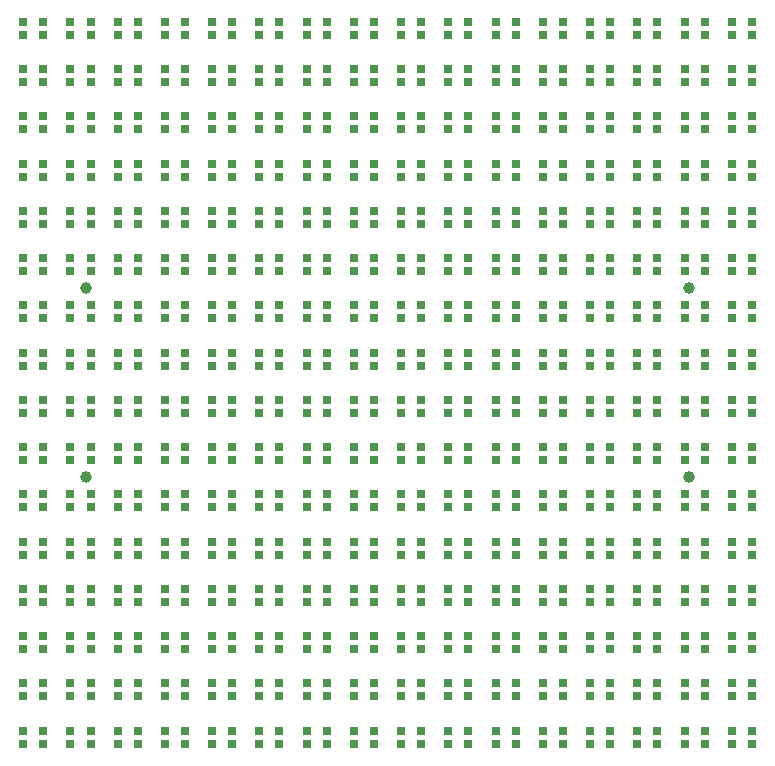
<source format=gbr>
%TF.GenerationSoftware,KiCad,Pcbnew,7.0.5*%
%TF.CreationDate,2023-09-21T19:27:35-05:00*%
%TF.ProjectId,KiCadPanel,4b694361-6450-4616-9e65-6c2e6b696361,rev?*%
%TF.SameCoordinates,Original*%
%TF.FileFunction,Soldermask,Bot*%
%TF.FilePolarity,Negative*%
%FSLAX46Y46*%
G04 Gerber Fmt 4.6, Leading zero omitted, Abs format (unit mm)*
G04 Created by KiCad (PCBNEW 7.0.5) date 2023-09-21 19:27:35*
%MOMM*%
%LPD*%
G01*
G04 APERTURE LIST*
%ADD10C,1.000000*%
%ADD11R,0.800000X0.700000*%
G04 APERTURE END LIST*
D10*
%TO.C,H102*%
X106500000Y-74000000D03*
%TD*%
%TO.C,H103*%
X106500000Y-90000000D03*
%TD*%
%TO.C,H101*%
X157500000Y-90000000D03*
%TD*%
%TO.C,H100*%
X157500000Y-74000000D03*
%TD*%
D11*
%TO.C,U169*%
X141150000Y-68550000D03*
X142850000Y-68550000D03*
X142850000Y-67450000D03*
X141150000Y-67450000D03*
%TD*%
%TO.C,U335*%
X117150000Y-108550000D03*
X118850000Y-108550000D03*
X118850000Y-107450000D03*
X117150000Y-107450000D03*
%TD*%
%TO.C,U215*%
X149150000Y-80550000D03*
X150850000Y-80550000D03*
X150850000Y-79450000D03*
X149150000Y-79450000D03*
%TD*%
%TO.C,U205*%
X125150000Y-76550000D03*
X126850000Y-76550000D03*
X126850000Y-75450000D03*
X125150000Y-75450000D03*
%TD*%
%TO.C,U165*%
X157150000Y-68550000D03*
X158850000Y-68550000D03*
X158850000Y-67450000D03*
X157150000Y-67450000D03*
%TD*%
%TO.C,U118*%
X153150000Y-56550000D03*
X154850000Y-56550000D03*
X154850000Y-55450000D03*
X153150000Y-55450000D03*
%TD*%
%TO.C,U274*%
X105150000Y-92550000D03*
X106850000Y-92550000D03*
X106850000Y-91450000D03*
X105150000Y-91450000D03*
%TD*%
%TO.C,U331*%
X133150000Y-108550000D03*
X134850000Y-108550000D03*
X134850000Y-107450000D03*
X133150000Y-107450000D03*
%TD*%
%TO.C,U113*%
X109150000Y-52550000D03*
X110850000Y-52550000D03*
X110850000Y-51450000D03*
X109150000Y-51450000D03*
%TD*%
%TO.C,U227*%
X101150000Y-80550000D03*
X102850000Y-80550000D03*
X102850000Y-79450000D03*
X101150000Y-79450000D03*
%TD*%
%TO.C,U155*%
X133150000Y-64550000D03*
X134850000Y-64550000D03*
X134850000Y-63450000D03*
X133150000Y-63450000D03*
%TD*%
%TO.C,U319*%
X117150000Y-104550000D03*
X118850000Y-104550000D03*
X118850000Y-103450000D03*
X117150000Y-103450000D03*
%TD*%
%TO.C,U123*%
X133150000Y-56550000D03*
X134850000Y-56550000D03*
X134850000Y-55450000D03*
X133150000Y-55450000D03*
%TD*%
%TO.C,U261*%
X157150000Y-92550000D03*
X158850000Y-92550000D03*
X158850000Y-91450000D03*
X157150000Y-91450000D03*
%TD*%
%TO.C,U271*%
X117150000Y-92550000D03*
X118850000Y-92550000D03*
X118850000Y-91450000D03*
X117150000Y-91450000D03*
%TD*%
%TO.C,U353*%
X109150000Y-112550000D03*
X110850000Y-112550000D03*
X110850000Y-111450000D03*
X109150000Y-111450000D03*
%TD*%
%TO.C,U219*%
X133150000Y-80550000D03*
X134850000Y-80550000D03*
X134850000Y-79450000D03*
X133150000Y-79450000D03*
%TD*%
%TO.C,U210*%
X105150000Y-76550000D03*
X106850000Y-76550000D03*
X106850000Y-75450000D03*
X105150000Y-75450000D03*
%TD*%
%TO.C,U350*%
X121150000Y-112550000D03*
X122850000Y-112550000D03*
X122850000Y-111450000D03*
X121150000Y-111450000D03*
%TD*%
%TO.C,U160*%
X113150000Y-64550000D03*
X114850000Y-64550000D03*
X114850000Y-63450000D03*
X113150000Y-63450000D03*
%TD*%
%TO.C,U243*%
X101150000Y-84550000D03*
X102850000Y-84550000D03*
X102850000Y-83450000D03*
X101150000Y-83450000D03*
%TD*%
%TO.C,U174*%
X121150000Y-68550000D03*
X122850000Y-68550000D03*
X122850000Y-67450000D03*
X121150000Y-67450000D03*
%TD*%
%TO.C,U299*%
X133150000Y-100550000D03*
X134850000Y-100550000D03*
X134850000Y-99450000D03*
X133150000Y-99450000D03*
%TD*%
%TO.C,U229*%
X157150000Y-84530000D03*
X158850000Y-84530000D03*
X158850000Y-83430000D03*
X157150000Y-83430000D03*
%TD*%
%TO.C,U122*%
X137150000Y-56550000D03*
X138850000Y-56550000D03*
X138850000Y-55450000D03*
X137150000Y-55450000D03*
%TD*%
%TO.C,U298*%
X137150000Y-100550000D03*
X138850000Y-100550000D03*
X138850000Y-99450000D03*
X137150000Y-99450000D03*
%TD*%
%TO.C,U286*%
X121150000Y-96550000D03*
X122850000Y-96550000D03*
X122850000Y-95450000D03*
X121150000Y-95450000D03*
%TD*%
%TO.C,U116*%
X161150000Y-56550000D03*
X162850000Y-56550000D03*
X162850000Y-55450000D03*
X161150000Y-55450000D03*
%TD*%
%TO.C,U256*%
X113150000Y-88550000D03*
X114850000Y-88550000D03*
X114850000Y-87450000D03*
X113150000Y-87450000D03*
%TD*%
%TO.C,U323*%
X101150000Y-104550000D03*
X102850000Y-104550000D03*
X102850000Y-103450000D03*
X101150000Y-103450000D03*
%TD*%
%TO.C,U157*%
X125150000Y-64550000D03*
X126850000Y-64550000D03*
X126850000Y-63450000D03*
X125150000Y-63450000D03*
%TD*%
%TO.C,U287*%
X117150000Y-96550000D03*
X118850000Y-96550000D03*
X118850000Y-95450000D03*
X117150000Y-95450000D03*
%TD*%
%TO.C,U324*%
X161150000Y-108550000D03*
X162850000Y-108550000D03*
X162850000Y-107450000D03*
X161150000Y-107450000D03*
%TD*%
%TO.C,U212*%
X161150000Y-80550000D03*
X162850000Y-80550000D03*
X162850000Y-79450000D03*
X161150000Y-79450000D03*
%TD*%
%TO.C,U277*%
X157150000Y-96550000D03*
X158850000Y-96550000D03*
X158850000Y-95450000D03*
X157150000Y-95450000D03*
%TD*%
%TO.C,U237*%
X125150000Y-84550000D03*
X126850000Y-84550000D03*
X126850000Y-83450000D03*
X125150000Y-83450000D03*
%TD*%
%TO.C,U101*%
X157150000Y-52550000D03*
X158850000Y-52550000D03*
X158850000Y-51450000D03*
X157150000Y-51450000D03*
%TD*%
%TO.C,U295*%
X149150000Y-100550000D03*
X150850000Y-100550000D03*
X150850000Y-99450000D03*
X149150000Y-99450000D03*
%TD*%
%TO.C,U162*%
X105150000Y-64550000D03*
X106850000Y-64550000D03*
X106850000Y-63450000D03*
X105150000Y-63450000D03*
%TD*%
%TO.C,U230*%
X153150000Y-84530000D03*
X154850000Y-84530000D03*
X154850000Y-83430000D03*
X153150000Y-83430000D03*
%TD*%
%TO.C,U249*%
X141150000Y-88550000D03*
X142850000Y-88550000D03*
X142850000Y-87450000D03*
X141150000Y-87450000D03*
%TD*%
%TO.C,U304*%
X113150000Y-100550000D03*
X114850000Y-100550000D03*
X114850000Y-99450000D03*
X113150000Y-99450000D03*
%TD*%
%TO.C,U234*%
X137150000Y-84550000D03*
X138850000Y-84550000D03*
X138850000Y-83450000D03*
X137150000Y-83450000D03*
%TD*%
%TO.C,U131*%
X101150000Y-56550000D03*
X102850000Y-56550000D03*
X102850000Y-55450000D03*
X101150000Y-55450000D03*
%TD*%
%TO.C,U321*%
X109150000Y-104550000D03*
X110850000Y-104550000D03*
X110850000Y-103450000D03*
X109150000Y-103450000D03*
%TD*%
%TO.C,U262*%
X153150000Y-92550000D03*
X154850000Y-92550000D03*
X154850000Y-91450000D03*
X153150000Y-91450000D03*
%TD*%
%TO.C,U170*%
X137150000Y-68550000D03*
X138850000Y-68550000D03*
X138850000Y-67450000D03*
X137150000Y-67450000D03*
%TD*%
%TO.C,U269*%
X125150000Y-92550000D03*
X126850000Y-92550000D03*
X126850000Y-91450000D03*
X125150000Y-91450000D03*
%TD*%
%TO.C,U218*%
X137150000Y-80550000D03*
X138850000Y-80550000D03*
X138850000Y-79450000D03*
X137150000Y-79450000D03*
%TD*%
%TO.C,U129*%
X109150000Y-56550000D03*
X110850000Y-56550000D03*
X110850000Y-55450000D03*
X109150000Y-55450000D03*
%TD*%
%TO.C,U103*%
X149150000Y-52550000D03*
X150850000Y-52550000D03*
X150850000Y-51450000D03*
X149150000Y-51450000D03*
%TD*%
%TO.C,U302*%
X121150000Y-100550000D03*
X122850000Y-100550000D03*
X122850000Y-99450000D03*
X121150000Y-99450000D03*
%TD*%
%TO.C,U228*%
X161150000Y-84550000D03*
X162850000Y-84550000D03*
X162850000Y-83450000D03*
X161150000Y-83450000D03*
%TD*%
%TO.C,U329*%
X141150000Y-108550000D03*
X142850000Y-108550000D03*
X142850000Y-107450000D03*
X141150000Y-107450000D03*
%TD*%
%TO.C,U192*%
X113150000Y-72550000D03*
X114850000Y-72550000D03*
X114850000Y-71450000D03*
X113150000Y-71450000D03*
%TD*%
%TO.C,U314*%
X137150000Y-104550000D03*
X138850000Y-104550000D03*
X138850000Y-103450000D03*
X137150000Y-103450000D03*
%TD*%
%TO.C,U245*%
X157150000Y-88550000D03*
X158850000Y-88550000D03*
X158850000Y-87450000D03*
X157150000Y-87450000D03*
%TD*%
%TO.C,U168*%
X145150000Y-68550000D03*
X146850000Y-68550000D03*
X146850000Y-67450000D03*
X145150000Y-67450000D03*
%TD*%
%TO.C,U150*%
X153150000Y-64550000D03*
X154850000Y-64550000D03*
X154850000Y-63450000D03*
X153150000Y-63450000D03*
%TD*%
%TO.C,U166*%
X153150000Y-68550000D03*
X154850000Y-68550000D03*
X154850000Y-67450000D03*
X153150000Y-67450000D03*
%TD*%
%TO.C,U121*%
X141150000Y-56550000D03*
X142850000Y-56550000D03*
X142850000Y-55450000D03*
X141150000Y-55450000D03*
%TD*%
%TO.C,U344*%
X145150000Y-112550000D03*
X146850000Y-112550000D03*
X146850000Y-111450000D03*
X145150000Y-111450000D03*
%TD*%
%TO.C,U280*%
X145150000Y-96550000D03*
X146850000Y-96550000D03*
X146850000Y-95450000D03*
X145150000Y-95450000D03*
%TD*%
%TO.C,U179*%
X101150000Y-68550000D03*
X102850000Y-68550000D03*
X102850000Y-67450000D03*
X101150000Y-67450000D03*
%TD*%
%TO.C,U316*%
X129150000Y-104550000D03*
X130850000Y-104550000D03*
X130850000Y-103450000D03*
X129150000Y-103450000D03*
%TD*%
%TO.C,U272*%
X113150000Y-92550000D03*
X114850000Y-92550000D03*
X114850000Y-91450000D03*
X113150000Y-91450000D03*
%TD*%
%TO.C,U293*%
X157150000Y-100550000D03*
X158850000Y-100550000D03*
X158850000Y-99450000D03*
X157150000Y-99450000D03*
%TD*%
%TO.C,U167*%
X149150000Y-68550000D03*
X150850000Y-68550000D03*
X150850000Y-67450000D03*
X149150000Y-67450000D03*
%TD*%
%TO.C,U270*%
X121150000Y-92550000D03*
X122850000Y-92550000D03*
X122850000Y-91450000D03*
X121150000Y-91450000D03*
%TD*%
%TO.C,U263*%
X149150000Y-92550000D03*
X150850000Y-92550000D03*
X150850000Y-91450000D03*
X149150000Y-91450000D03*
%TD*%
%TO.C,U186*%
X137150000Y-72550000D03*
X138850000Y-72550000D03*
X138850000Y-71450000D03*
X137150000Y-71450000D03*
%TD*%
%TO.C,U149*%
X157150000Y-64550000D03*
X158850000Y-64550000D03*
X158850000Y-63450000D03*
X157150000Y-63450000D03*
%TD*%
%TO.C,U283*%
X133150000Y-96550000D03*
X134850000Y-96550000D03*
X134850000Y-95450000D03*
X133150000Y-95450000D03*
%TD*%
%TO.C,U240*%
X113150000Y-84550000D03*
X114850000Y-84550000D03*
X114850000Y-83450000D03*
X113150000Y-83450000D03*
%TD*%
%TO.C,U339*%
X101150000Y-108550000D03*
X102850000Y-108550000D03*
X102850000Y-107450000D03*
X101150000Y-107450000D03*
%TD*%
%TO.C,U301*%
X125150000Y-100550000D03*
X126850000Y-100550000D03*
X126850000Y-99450000D03*
X125150000Y-99450000D03*
%TD*%
%TO.C,U199*%
X149150000Y-76550000D03*
X150850000Y-76550000D03*
X150850000Y-75450000D03*
X149150000Y-75450000D03*
%TD*%
%TO.C,U326*%
X153150000Y-108550000D03*
X154850000Y-108550000D03*
X154850000Y-107450000D03*
X153150000Y-107450000D03*
%TD*%
%TO.C,U143*%
X117150000Y-60550000D03*
X118850000Y-60550000D03*
X118850000Y-59450000D03*
X117150000Y-59450000D03*
%TD*%
%TO.C,U140*%
X129150000Y-60550000D03*
X130850000Y-60550000D03*
X130850000Y-59450000D03*
X129150000Y-59450000D03*
%TD*%
%TO.C,U305*%
X109150000Y-100550000D03*
X110850000Y-100550000D03*
X110850000Y-99450000D03*
X109150000Y-99450000D03*
%TD*%
%TO.C,U311*%
X149150000Y-104550000D03*
X150850000Y-104550000D03*
X150850000Y-103450000D03*
X149150000Y-103450000D03*
%TD*%
%TO.C,U148*%
X161150000Y-64550000D03*
X162850000Y-64550000D03*
X162850000Y-63450000D03*
X161150000Y-63450000D03*
%TD*%
%TO.C,U318*%
X121150000Y-104550000D03*
X122850000Y-104550000D03*
X122850000Y-103450000D03*
X121150000Y-103450000D03*
%TD*%
%TO.C,U246*%
X153150000Y-88550000D03*
X154850000Y-88550000D03*
X154850000Y-87450000D03*
X153150000Y-87450000D03*
%TD*%
%TO.C,U173*%
X125150000Y-68550000D03*
X126850000Y-68550000D03*
X126850000Y-67450000D03*
X125150000Y-67450000D03*
%TD*%
%TO.C,U325*%
X157150000Y-108550000D03*
X158850000Y-108550000D03*
X158850000Y-107450000D03*
X157150000Y-107450000D03*
%TD*%
%TO.C,U257*%
X109150000Y-88550000D03*
X110850000Y-88550000D03*
X110850000Y-87450000D03*
X109150000Y-87450000D03*
%TD*%
%TO.C,U349*%
X125150000Y-112550000D03*
X126850000Y-112550000D03*
X126850000Y-111450000D03*
X125150000Y-111450000D03*
%TD*%
%TO.C,U222*%
X121150000Y-80550000D03*
X122850000Y-80550000D03*
X122850000Y-79450000D03*
X121150000Y-79450000D03*
%TD*%
%TO.C,U322*%
X105150000Y-104550000D03*
X106850000Y-104550000D03*
X106850000Y-103450000D03*
X105150000Y-103450000D03*
%TD*%
%TO.C,U108*%
X129150000Y-52550000D03*
X130850000Y-52550000D03*
X130850000Y-51450000D03*
X129150000Y-51450000D03*
%TD*%
%TO.C,U241*%
X109150000Y-84550000D03*
X110850000Y-84550000D03*
X110850000Y-83450000D03*
X109150000Y-83450000D03*
%TD*%
%TO.C,U346*%
X137150000Y-112550000D03*
X138850000Y-112550000D03*
X138850000Y-111450000D03*
X137150000Y-111450000D03*
%TD*%
%TO.C,U268*%
X129150000Y-92550000D03*
X130850000Y-92550000D03*
X130850000Y-91450000D03*
X129150000Y-91450000D03*
%TD*%
%TO.C,U145*%
X109150000Y-60550000D03*
X110850000Y-60550000D03*
X110850000Y-59450000D03*
X109150000Y-59450000D03*
%TD*%
%TO.C,U185*%
X141150000Y-72550000D03*
X142850000Y-72550000D03*
X142850000Y-71450000D03*
X141150000Y-71450000D03*
%TD*%
%TO.C,U291*%
X101150000Y-96550000D03*
X102850000Y-96550000D03*
X102850000Y-95450000D03*
X101150000Y-95450000D03*
%TD*%
%TO.C,U161*%
X109150000Y-64550000D03*
X110850000Y-64550000D03*
X110850000Y-63450000D03*
X109150000Y-63450000D03*
%TD*%
%TO.C,U288*%
X113150000Y-96550000D03*
X114850000Y-96550000D03*
X114850000Y-95450000D03*
X113150000Y-95450000D03*
%TD*%
%TO.C,U196*%
X161150000Y-76550000D03*
X162850000Y-76550000D03*
X162850000Y-75450000D03*
X161150000Y-75450000D03*
%TD*%
%TO.C,U217*%
X141150000Y-80550000D03*
X142850000Y-80550000D03*
X142850000Y-79450000D03*
X141150000Y-79450000D03*
%TD*%
%TO.C,U276*%
X161150000Y-96550000D03*
X162850000Y-96550000D03*
X162850000Y-95450000D03*
X161150000Y-95450000D03*
%TD*%
%TO.C,U175*%
X117150000Y-68550000D03*
X118850000Y-68550000D03*
X118850000Y-67450000D03*
X117150000Y-67450000D03*
%TD*%
%TO.C,U209*%
X109150000Y-76550000D03*
X110850000Y-76550000D03*
X110850000Y-75450000D03*
X109150000Y-75450000D03*
%TD*%
%TO.C,U279*%
X149150000Y-96550000D03*
X150850000Y-96550000D03*
X150850000Y-95450000D03*
X149150000Y-95450000D03*
%TD*%
%TO.C,U153*%
X141150000Y-64550000D03*
X142850000Y-64550000D03*
X142850000Y-63450000D03*
X141150000Y-63450000D03*
%TD*%
%TO.C,U176*%
X113150000Y-68550000D03*
X114850000Y-68550000D03*
X114850000Y-67450000D03*
X113150000Y-67450000D03*
%TD*%
%TO.C,U255*%
X117150000Y-88550000D03*
X118850000Y-88550000D03*
X118850000Y-87450000D03*
X117150000Y-87450000D03*
%TD*%
%TO.C,U285*%
X125150000Y-96550000D03*
X126850000Y-96550000D03*
X126850000Y-95450000D03*
X125150000Y-95450000D03*
%TD*%
%TO.C,U235*%
X133150000Y-84550000D03*
X134850000Y-84550000D03*
X134850000Y-83450000D03*
X133150000Y-83450000D03*
%TD*%
%TO.C,U102*%
X153150000Y-52550000D03*
X154850000Y-52550000D03*
X154850000Y-51450000D03*
X153150000Y-51450000D03*
%TD*%
%TO.C,U138*%
X137150000Y-60550000D03*
X138850000Y-60550000D03*
X138850000Y-59450000D03*
X137150000Y-59450000D03*
%TD*%
%TO.C,U134*%
X153150000Y-60550000D03*
X154850000Y-60550000D03*
X154850000Y-59450000D03*
X153150000Y-59450000D03*
%TD*%
%TO.C,U105*%
X141150000Y-52550000D03*
X142850000Y-52550000D03*
X142850000Y-51450000D03*
X141150000Y-51450000D03*
%TD*%
%TO.C,U242*%
X105150000Y-84550000D03*
X106850000Y-84550000D03*
X106850000Y-83450000D03*
X105150000Y-83450000D03*
%TD*%
%TO.C,U133*%
X157150000Y-60550000D03*
X158850000Y-60550000D03*
X158850000Y-59450000D03*
X157150000Y-59450000D03*
%TD*%
%TO.C,U307*%
X101150000Y-100550000D03*
X102850000Y-100550000D03*
X102850000Y-99450000D03*
X101150000Y-99450000D03*
%TD*%
%TO.C,U197*%
X157150000Y-76550000D03*
X158850000Y-76550000D03*
X158850000Y-75450000D03*
X157150000Y-75450000D03*
%TD*%
%TO.C,U195*%
X101150000Y-72550000D03*
X102850000Y-72550000D03*
X102850000Y-71450000D03*
X101150000Y-71450000D03*
%TD*%
%TO.C,U163*%
X101150000Y-64550000D03*
X102850000Y-64550000D03*
X102850000Y-63450000D03*
X101150000Y-63450000D03*
%TD*%
%TO.C,U132*%
X161150000Y-60550000D03*
X162850000Y-60550000D03*
X162850000Y-59450000D03*
X161150000Y-59450000D03*
%TD*%
%TO.C,U252*%
X129150000Y-88550000D03*
X130850000Y-88550000D03*
X130850000Y-87450000D03*
X129150000Y-87450000D03*
%TD*%
%TO.C,U180*%
X161150000Y-72550000D03*
X162850000Y-72550000D03*
X162850000Y-71450000D03*
X161150000Y-71450000D03*
%TD*%
%TO.C,U236*%
X129150000Y-84550000D03*
X130850000Y-84550000D03*
X130850000Y-83450000D03*
X129150000Y-83450000D03*
%TD*%
%TO.C,U202*%
X137150000Y-76550000D03*
X138850000Y-76550000D03*
X138850000Y-75450000D03*
X137150000Y-75450000D03*
%TD*%
%TO.C,U225*%
X109150000Y-80550000D03*
X110850000Y-80550000D03*
X110850000Y-79450000D03*
X109150000Y-79450000D03*
%TD*%
%TO.C,U330*%
X137150000Y-108550000D03*
X138850000Y-108550000D03*
X138850000Y-107450000D03*
X137150000Y-107450000D03*
%TD*%
%TO.C,U156*%
X129150000Y-64550000D03*
X130850000Y-64550000D03*
X130850000Y-63450000D03*
X129150000Y-63450000D03*
%TD*%
%TO.C,U258*%
X105150000Y-88550000D03*
X106850000Y-88550000D03*
X106850000Y-87450000D03*
X105150000Y-87450000D03*
%TD*%
%TO.C,U259*%
X101150000Y-88550000D03*
X102850000Y-88550000D03*
X102850000Y-87450000D03*
X101150000Y-87450000D03*
%TD*%
%TO.C,U233*%
X141150000Y-84550000D03*
X142850000Y-84550000D03*
X142850000Y-83450000D03*
X141150000Y-83450000D03*
%TD*%
%TO.C,U308*%
X161150000Y-104550000D03*
X162850000Y-104550000D03*
X162850000Y-103450000D03*
X161150000Y-103450000D03*
%TD*%
%TO.C,U109*%
X125150000Y-52550000D03*
X126850000Y-52550000D03*
X126850000Y-51450000D03*
X125150000Y-51450000D03*
%TD*%
%TO.C,U104*%
X145150000Y-52550000D03*
X146850000Y-52550000D03*
X146850000Y-51450000D03*
X145150000Y-51450000D03*
%TD*%
%TO.C,U342*%
X153150000Y-112550000D03*
X154850000Y-112550000D03*
X154850000Y-111450000D03*
X153150000Y-111450000D03*
%TD*%
%TO.C,U137*%
X141150000Y-60550000D03*
X142850000Y-60550000D03*
X142850000Y-59450000D03*
X141150000Y-59450000D03*
%TD*%
%TO.C,U281*%
X141150000Y-96550000D03*
X142850000Y-96550000D03*
X142850000Y-95450000D03*
X141150000Y-95450000D03*
%TD*%
%TO.C,U200*%
X145150000Y-76550000D03*
X146850000Y-76550000D03*
X146850000Y-75450000D03*
X145150000Y-75450000D03*
%TD*%
%TO.C,U289*%
X109150000Y-96550000D03*
X110850000Y-96550000D03*
X110850000Y-95450000D03*
X109150000Y-95450000D03*
%TD*%
%TO.C,U139*%
X133150000Y-60550000D03*
X134850000Y-60550000D03*
X134850000Y-59450000D03*
X133150000Y-59450000D03*
%TD*%
%TO.C,U226*%
X105150000Y-80550000D03*
X106850000Y-80550000D03*
X106850000Y-79450000D03*
X105150000Y-79450000D03*
%TD*%
%TO.C,U204*%
X129150000Y-76550000D03*
X130850000Y-76550000D03*
X130850000Y-75450000D03*
X129150000Y-75450000D03*
%TD*%
%TO.C,U315*%
X133150000Y-104550000D03*
X134850000Y-104550000D03*
X134850000Y-103450000D03*
X133150000Y-103450000D03*
%TD*%
%TO.C,U178*%
X105150000Y-68550000D03*
X106850000Y-68550000D03*
X106850000Y-67450000D03*
X105150000Y-67450000D03*
%TD*%
%TO.C,U337*%
X109150000Y-108550000D03*
X110850000Y-108550000D03*
X110850000Y-107450000D03*
X109150000Y-107450000D03*
%TD*%
%TO.C,U107*%
X133150000Y-52550000D03*
X134850000Y-52550000D03*
X134850000Y-51450000D03*
X133150000Y-51450000D03*
%TD*%
%TO.C,U312*%
X145150000Y-104550000D03*
X146850000Y-104550000D03*
X146850000Y-103450000D03*
X145150000Y-103450000D03*
%TD*%
%TO.C,U267*%
X133150000Y-92550000D03*
X134850000Y-92550000D03*
X134850000Y-91450000D03*
X133150000Y-91450000D03*
%TD*%
%TO.C,U110*%
X121150000Y-52550000D03*
X122850000Y-52550000D03*
X122850000Y-51450000D03*
X121150000Y-51450000D03*
%TD*%
%TO.C,U213*%
X157150000Y-80550000D03*
X158850000Y-80550000D03*
X158850000Y-79450000D03*
X157150000Y-79450000D03*
%TD*%
%TO.C,U309*%
X157150000Y-104550000D03*
X158850000Y-104550000D03*
X158850000Y-103450000D03*
X157150000Y-103450000D03*
%TD*%
%TO.C,U198*%
X153150000Y-76550000D03*
X154850000Y-76550000D03*
X154850000Y-75450000D03*
X153150000Y-75450000D03*
%TD*%
%TO.C,U253*%
X125150000Y-88550000D03*
X126850000Y-88550000D03*
X126850000Y-87450000D03*
X125150000Y-87450000D03*
%TD*%
%TO.C,U282*%
X137150000Y-96550000D03*
X138850000Y-96550000D03*
X138850000Y-95450000D03*
X137150000Y-95450000D03*
%TD*%
%TO.C,U183*%
X149150000Y-72550000D03*
X150850000Y-72550000D03*
X150850000Y-71450000D03*
X149150000Y-71450000D03*
%TD*%
%TO.C,U250*%
X137150000Y-88550000D03*
X138850000Y-88550000D03*
X138850000Y-87450000D03*
X137150000Y-87450000D03*
%TD*%
%TO.C,U232*%
X145150000Y-84530000D03*
X146850000Y-84530000D03*
X146850000Y-83430000D03*
X145150000Y-83430000D03*
%TD*%
%TO.C,U117*%
X157150000Y-56550000D03*
X158850000Y-56550000D03*
X158850000Y-55450000D03*
X157150000Y-55450000D03*
%TD*%
%TO.C,U142*%
X121150000Y-60550000D03*
X122850000Y-60550000D03*
X122850000Y-59450000D03*
X121150000Y-59450000D03*
%TD*%
%TO.C,U136*%
X145150000Y-60550000D03*
X146850000Y-60550000D03*
X146850000Y-59450000D03*
X145150000Y-59450000D03*
%TD*%
%TO.C,U265*%
X141150000Y-92550000D03*
X142850000Y-92550000D03*
X142850000Y-91450000D03*
X141150000Y-91450000D03*
%TD*%
%TO.C,U273*%
X109150000Y-92550000D03*
X110850000Y-92550000D03*
X110850000Y-91450000D03*
X109150000Y-91450000D03*
%TD*%
%TO.C,U220*%
X129150000Y-80550000D03*
X130850000Y-80550000D03*
X130850000Y-79450000D03*
X129150000Y-79450000D03*
%TD*%
%TO.C,U158*%
X121150000Y-64550000D03*
X122850000Y-64550000D03*
X122850000Y-63450000D03*
X121150000Y-63450000D03*
%TD*%
%TO.C,U144*%
X113150000Y-60550000D03*
X114850000Y-60550000D03*
X114850000Y-59450000D03*
X113150000Y-59450000D03*
%TD*%
%TO.C,U239*%
X117150000Y-84550000D03*
X118850000Y-84550000D03*
X118850000Y-83450000D03*
X117150000Y-83450000D03*
%TD*%
%TO.C,U135*%
X149150000Y-60550000D03*
X150850000Y-60550000D03*
X150850000Y-59450000D03*
X149150000Y-59450000D03*
%TD*%
%TO.C,U264*%
X145150000Y-92550000D03*
X146850000Y-92550000D03*
X146850000Y-91450000D03*
X145150000Y-91450000D03*
%TD*%
%TO.C,U188*%
X129150000Y-72550000D03*
X130850000Y-72550000D03*
X130850000Y-71450000D03*
X129150000Y-71450000D03*
%TD*%
%TO.C,U146*%
X105150000Y-60550000D03*
X106850000Y-60550000D03*
X106850000Y-59450000D03*
X105150000Y-59450000D03*
%TD*%
%TO.C,U207*%
X117150000Y-76550000D03*
X118850000Y-76550000D03*
X118850000Y-75450000D03*
X117150000Y-75450000D03*
%TD*%
%TO.C,U223*%
X117150000Y-80550000D03*
X118850000Y-80550000D03*
X118850000Y-79450000D03*
X117150000Y-79450000D03*
%TD*%
%TO.C,U164*%
X161150000Y-68550000D03*
X162850000Y-68550000D03*
X162850000Y-67450000D03*
X161150000Y-67450000D03*
%TD*%
%TO.C,U124*%
X129150000Y-56550000D03*
X130850000Y-56550000D03*
X130850000Y-55450000D03*
X129150000Y-55450000D03*
%TD*%
%TO.C,U201*%
X141150000Y-76550000D03*
X142850000Y-76550000D03*
X142850000Y-75450000D03*
X141150000Y-75450000D03*
%TD*%
%TO.C,U352*%
X113150000Y-112550000D03*
X114850000Y-112550000D03*
X114850000Y-111450000D03*
X113150000Y-111450000D03*
%TD*%
%TO.C,U333*%
X125150000Y-108550000D03*
X126850000Y-108550000D03*
X126850000Y-107450000D03*
X125150000Y-107450000D03*
%TD*%
%TO.C,U340*%
X161150000Y-112550000D03*
X162850000Y-112550000D03*
X162850000Y-111450000D03*
X161150000Y-111450000D03*
%TD*%
%TO.C,U111*%
X117150000Y-52550000D03*
X118850000Y-52550000D03*
X118850000Y-51450000D03*
X117150000Y-51450000D03*
%TD*%
%TO.C,U328*%
X145150000Y-108550000D03*
X146850000Y-108550000D03*
X146850000Y-107450000D03*
X145150000Y-107450000D03*
%TD*%
%TO.C,U177*%
X109150000Y-68550000D03*
X110850000Y-68550000D03*
X110850000Y-67450000D03*
X109150000Y-67450000D03*
%TD*%
%TO.C,U341*%
X157150000Y-112550000D03*
X158850000Y-112550000D03*
X158850000Y-111450000D03*
X157150000Y-111450000D03*
%TD*%
%TO.C,U224*%
X113150000Y-80550000D03*
X114850000Y-80550000D03*
X114850000Y-79450000D03*
X113150000Y-79450000D03*
%TD*%
%TO.C,U260*%
X161150000Y-92550000D03*
X162850000Y-92550000D03*
X162850000Y-91450000D03*
X161150000Y-91450000D03*
%TD*%
%TO.C,U115*%
X101150000Y-52550000D03*
X102850000Y-52550000D03*
X102850000Y-51450000D03*
X101150000Y-51450000D03*
%TD*%
%TO.C,U248*%
X145150000Y-88550000D03*
X146850000Y-88550000D03*
X146850000Y-87450000D03*
X145150000Y-87450000D03*
%TD*%
%TO.C,U127*%
X117150000Y-56550000D03*
X118850000Y-56550000D03*
X118850000Y-55450000D03*
X117150000Y-55450000D03*
%TD*%
%TO.C,U151*%
X149150000Y-64550000D03*
X150850000Y-64550000D03*
X150850000Y-63450000D03*
X149150000Y-63450000D03*
%TD*%
%TO.C,U294*%
X153150000Y-100550000D03*
X154850000Y-100550000D03*
X154850000Y-99450000D03*
X153150000Y-99450000D03*
%TD*%
%TO.C,U152*%
X145150000Y-64550000D03*
X146850000Y-64550000D03*
X146850000Y-63450000D03*
X145150000Y-63450000D03*
%TD*%
%TO.C,U290*%
X105150000Y-96550000D03*
X106850000Y-96550000D03*
X106850000Y-95450000D03*
X105150000Y-95450000D03*
%TD*%
%TO.C,U296*%
X145150000Y-100550000D03*
X146850000Y-100550000D03*
X146850000Y-99450000D03*
X145150000Y-99450000D03*
%TD*%
%TO.C,U284*%
X129150000Y-96550000D03*
X130850000Y-96550000D03*
X130850000Y-95450000D03*
X129150000Y-95450000D03*
%TD*%
%TO.C,U244*%
X161150000Y-88550000D03*
X162850000Y-88550000D03*
X162850000Y-87450000D03*
X161150000Y-87450000D03*
%TD*%
%TO.C,U231*%
X149150000Y-84530000D03*
X150850000Y-84530000D03*
X150850000Y-83430000D03*
X149150000Y-83430000D03*
%TD*%
%TO.C,U120*%
X145150000Y-56550000D03*
X146850000Y-56550000D03*
X146850000Y-55450000D03*
X145150000Y-55450000D03*
%TD*%
%TO.C,U203*%
X133150000Y-76550000D03*
X134850000Y-76550000D03*
X134850000Y-75450000D03*
X133150000Y-75450000D03*
%TD*%
%TO.C,U114*%
X105150000Y-52550000D03*
X106850000Y-52550000D03*
X106850000Y-51450000D03*
X105150000Y-51450000D03*
%TD*%
%TO.C,U191*%
X117150000Y-72550000D03*
X118850000Y-72550000D03*
X118850000Y-71450000D03*
X117150000Y-71450000D03*
%TD*%
%TO.C,U327*%
X149150000Y-108550000D03*
X150850000Y-108550000D03*
X150850000Y-107450000D03*
X149150000Y-107450000D03*
%TD*%
%TO.C,U332*%
X129150000Y-108550000D03*
X130850000Y-108550000D03*
X130850000Y-107450000D03*
X129150000Y-107450000D03*
%TD*%
%TO.C,U348*%
X129150000Y-112550000D03*
X130850000Y-112550000D03*
X130850000Y-111450000D03*
X129150000Y-111450000D03*
%TD*%
%TO.C,U119*%
X149150000Y-56550000D03*
X150850000Y-56550000D03*
X150850000Y-55450000D03*
X149150000Y-55450000D03*
%TD*%
%TO.C,U171*%
X133150000Y-68550000D03*
X134850000Y-68550000D03*
X134850000Y-67450000D03*
X133150000Y-67450000D03*
%TD*%
%TO.C,U355*%
X101150000Y-112550000D03*
X102850000Y-112550000D03*
X102850000Y-111450000D03*
X101150000Y-111450000D03*
%TD*%
%TO.C,U187*%
X133150000Y-72550000D03*
X134850000Y-72550000D03*
X134850000Y-71450000D03*
X133150000Y-71450000D03*
%TD*%
%TO.C,U141*%
X125150000Y-60550000D03*
X126850000Y-60550000D03*
X126850000Y-59450000D03*
X125150000Y-59450000D03*
%TD*%
%TO.C,U211*%
X101150000Y-76550000D03*
X102850000Y-76550000D03*
X102850000Y-75450000D03*
X101150000Y-75450000D03*
%TD*%
%TO.C,U189*%
X125150000Y-72550000D03*
X126850000Y-72550000D03*
X126850000Y-71450000D03*
X125150000Y-71450000D03*
%TD*%
%TO.C,U154*%
X137150000Y-64550000D03*
X138850000Y-64550000D03*
X138850000Y-63450000D03*
X137150000Y-63450000D03*
%TD*%
%TO.C,U292*%
X161150000Y-100550000D03*
X162850000Y-100550000D03*
X162850000Y-99450000D03*
X161150000Y-99450000D03*
%TD*%
%TO.C,U130*%
X105150000Y-56550000D03*
X106850000Y-56550000D03*
X106850000Y-55450000D03*
X105150000Y-55450000D03*
%TD*%
%TO.C,U194*%
X105150000Y-72550000D03*
X106850000Y-72550000D03*
X106850000Y-71450000D03*
X105150000Y-71450000D03*
%TD*%
%TO.C,U182*%
X153150000Y-72550000D03*
X154850000Y-72550000D03*
X154850000Y-71450000D03*
X153150000Y-71450000D03*
%TD*%
%TO.C,U159*%
X117150000Y-64550000D03*
X118850000Y-64550000D03*
X118850000Y-63450000D03*
X117150000Y-63450000D03*
%TD*%
%TO.C,U128*%
X113150000Y-56550000D03*
X114850000Y-56550000D03*
X114850000Y-55450000D03*
X113150000Y-55450000D03*
%TD*%
%TO.C,U238*%
X121150000Y-84550000D03*
X122850000Y-84550000D03*
X122850000Y-83450000D03*
X121150000Y-83450000D03*
%TD*%
%TO.C,U181*%
X157150000Y-72550000D03*
X158850000Y-72550000D03*
X158850000Y-71450000D03*
X157150000Y-71450000D03*
%TD*%
%TO.C,U208*%
X113150000Y-76550000D03*
X114850000Y-76550000D03*
X114850000Y-75450000D03*
X113150000Y-75450000D03*
%TD*%
%TO.C,U354*%
X105150000Y-112550000D03*
X106850000Y-112550000D03*
X106850000Y-111450000D03*
X105150000Y-111450000D03*
%TD*%
%TO.C,U338*%
X105150000Y-108550000D03*
X106850000Y-108550000D03*
X106850000Y-107450000D03*
X105150000Y-107450000D03*
%TD*%
%TO.C,U334*%
X121150000Y-108550000D03*
X122850000Y-108550000D03*
X122850000Y-107450000D03*
X121150000Y-107450000D03*
%TD*%
%TO.C,U297*%
X141150000Y-100550000D03*
X142850000Y-100550000D03*
X142850000Y-99450000D03*
X141150000Y-99450000D03*
%TD*%
%TO.C,U126*%
X121150000Y-56550000D03*
X122850000Y-56550000D03*
X122850000Y-55450000D03*
X121150000Y-55450000D03*
%TD*%
%TO.C,U320*%
X113150000Y-104550000D03*
X114850000Y-104550000D03*
X114850000Y-103450000D03*
X113150000Y-103450000D03*
%TD*%
%TO.C,U310*%
X153150000Y-104550000D03*
X154850000Y-104550000D03*
X154850000Y-103450000D03*
X153150000Y-103450000D03*
%TD*%
%TO.C,U221*%
X125150000Y-80550000D03*
X126850000Y-80550000D03*
X126850000Y-79450000D03*
X125150000Y-79450000D03*
%TD*%
%TO.C,U275*%
X101150000Y-92550000D03*
X102850000Y-92550000D03*
X102850000Y-91450000D03*
X101150000Y-91450000D03*
%TD*%
%TO.C,U266*%
X137150000Y-92550000D03*
X138850000Y-92550000D03*
X138850000Y-91450000D03*
X137150000Y-91450000D03*
%TD*%
%TO.C,U184*%
X145150000Y-72550000D03*
X146850000Y-72550000D03*
X146850000Y-71450000D03*
X145150000Y-71450000D03*
%TD*%
%TO.C,U172*%
X129150000Y-68550000D03*
X130850000Y-68550000D03*
X130850000Y-67450000D03*
X129150000Y-67450000D03*
%TD*%
%TO.C,U303*%
X117150000Y-100550000D03*
X118850000Y-100550000D03*
X118850000Y-99450000D03*
X117150000Y-99450000D03*
%TD*%
%TO.C,U190*%
X121150000Y-72550000D03*
X122850000Y-72550000D03*
X122850000Y-71450000D03*
X121150000Y-71450000D03*
%TD*%
%TO.C,U300*%
X129150000Y-100550000D03*
X130850000Y-100550000D03*
X130850000Y-99450000D03*
X129150000Y-99450000D03*
%TD*%
%TO.C,U216*%
X145150000Y-80550000D03*
X146850000Y-80550000D03*
X146850000Y-79450000D03*
X145150000Y-79450000D03*
%TD*%
%TO.C,U125*%
X125150000Y-56550000D03*
X126850000Y-56550000D03*
X126850000Y-55450000D03*
X125150000Y-55450000D03*
%TD*%
%TO.C,U343*%
X149150000Y-112550000D03*
X150850000Y-112550000D03*
X150850000Y-111450000D03*
X149150000Y-111450000D03*
%TD*%
%TO.C,U306*%
X105150000Y-100550000D03*
X106850000Y-100550000D03*
X106850000Y-99450000D03*
X105150000Y-99450000D03*
%TD*%
%TO.C,U214*%
X153150000Y-80550000D03*
X154850000Y-80550000D03*
X154850000Y-79450000D03*
X153150000Y-79450000D03*
%TD*%
%TO.C,U254*%
X121150000Y-88550000D03*
X122850000Y-88550000D03*
X122850000Y-87450000D03*
X121150000Y-87450000D03*
%TD*%
%TO.C,U193*%
X109150000Y-72550000D03*
X110850000Y-72550000D03*
X110850000Y-71450000D03*
X109150000Y-71450000D03*
%TD*%
%TO.C,U336*%
X113150000Y-108550000D03*
X114850000Y-108550000D03*
X114850000Y-107450000D03*
X113150000Y-107450000D03*
%TD*%
%TO.C,U351*%
X117150000Y-112550000D03*
X118850000Y-112550000D03*
X118850000Y-111450000D03*
X117150000Y-111450000D03*
%TD*%
%TO.C,U100*%
X161150000Y-52550000D03*
X162850000Y-52550000D03*
X162850000Y-51450000D03*
X161150000Y-51450000D03*
%TD*%
%TO.C,U251*%
X133150000Y-88550000D03*
X134850000Y-88550000D03*
X134850000Y-87450000D03*
X133150000Y-87450000D03*
%TD*%
%TO.C,U112*%
X113150000Y-52550000D03*
X114850000Y-52550000D03*
X114850000Y-51450000D03*
X113150000Y-51450000D03*
%TD*%
%TO.C,U317*%
X125150000Y-104550000D03*
X126850000Y-104550000D03*
X126850000Y-103450000D03*
X125150000Y-103450000D03*
%TD*%
%TO.C,U347*%
X133150000Y-112550000D03*
X134850000Y-112550000D03*
X134850000Y-111450000D03*
X133150000Y-111450000D03*
%TD*%
%TO.C,U247*%
X149150000Y-88550000D03*
X150850000Y-88550000D03*
X150850000Y-87450000D03*
X149150000Y-87450000D03*
%TD*%
%TO.C,U313*%
X141150000Y-104550000D03*
X142850000Y-104550000D03*
X142850000Y-103450000D03*
X141150000Y-103450000D03*
%TD*%
%TO.C,U206*%
X121150000Y-76550000D03*
X122850000Y-76550000D03*
X122850000Y-75450000D03*
X121150000Y-75450000D03*
%TD*%
%TO.C,U345*%
X141150000Y-112550000D03*
X142850000Y-112550000D03*
X142850000Y-111450000D03*
X141150000Y-111450000D03*
%TD*%
%TO.C,U147*%
X101150000Y-60550000D03*
X102850000Y-60550000D03*
X102850000Y-59450000D03*
X101150000Y-59450000D03*
%TD*%
%TO.C,U106*%
X137150000Y-52550000D03*
X138850000Y-52550000D03*
X138850000Y-51450000D03*
X137150000Y-51450000D03*
%TD*%
%TO.C,U278*%
X153150000Y-96550000D03*
X154850000Y-96550000D03*
X154850000Y-95450000D03*
X153150000Y-95450000D03*
%TD*%
M02*

</source>
